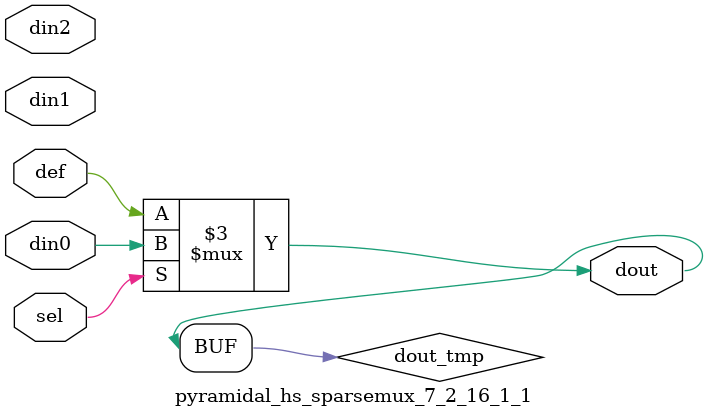
<source format=v>
`timescale 1ns / 1ps

(* DowngradeIPIdentifiedWarnings="yes" *) module pyramidal_hs_sparsemux_7_2_16_1_1 (din0,din1,din2,def,sel,dout);

parameter din0_WIDTH = 1;

parameter din1_WIDTH = 1;

parameter din2_WIDTH = 1;

parameter def_WIDTH = 1;
parameter sel_WIDTH = 1;
parameter dout_WIDTH = 1;

parameter [sel_WIDTH-1:0] CASE0 = 1;

parameter [sel_WIDTH-1:0] CASE1 = 1;

parameter [sel_WIDTH-1:0] CASE2 = 1;

parameter ID = 1;
parameter NUM_STAGE = 1;



input [din0_WIDTH-1:0] din0;

input [din1_WIDTH-1:0] din1;

input [din2_WIDTH-1:0] din2;

input [def_WIDTH-1:0] def;
input [sel_WIDTH-1:0] sel;

output [dout_WIDTH-1:0] dout;



reg [dout_WIDTH-1:0] dout_tmp;


always @ (*) begin
(* parallel_case *) case (sel)
    
    CASE0 : dout_tmp = din0;
    
    CASE1 : dout_tmp = din1;
    
    CASE2 : dout_tmp = din2;
    
    default : dout_tmp = def;
endcase
end


assign dout = dout_tmp;



endmodule

</source>
